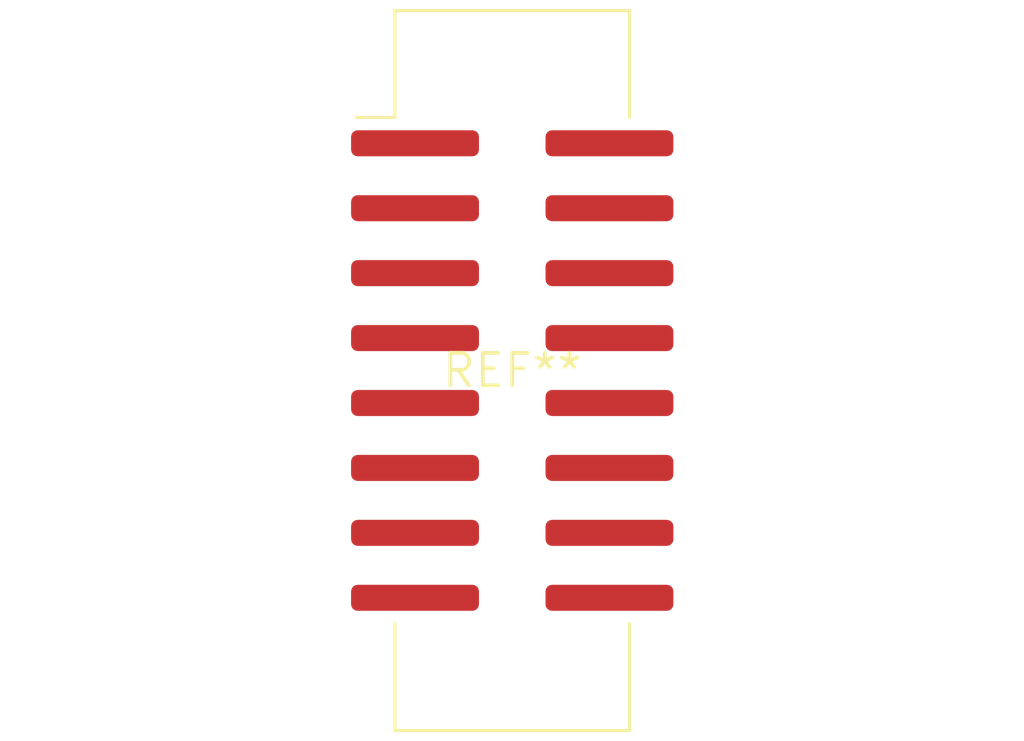
<source format=kicad_pcb>
(kicad_pcb (version 20240108) (generator pcbnew)
  (layers (0 "F.Cu" signal) (31 "B.Cu" signal) (34 "B.Paste" user) (35 "F.Paste" user) (36 "B.SilkS" user "B.Silkscreen") (37 "F.SilkS" user "F.Silkscreen") (38 "B.Mask" user) (39 "F.Mask" user) (44 "Edge.Cuts" user))
  (net 0 "")
  (footprint "IDC-Header_2x08_P2.54mm_Vertical_SMD" (layer "F.Cu") (at 0 0)
    (property "Reference" "REF**")
    (property "Value" "IDC-Header_2x08_P2.54mm_Vertical_SMD")
    (fp_line (start -4.585 -14.08) (end 4.585 -14.08) (layer "F.SilkS") (stroke (width 0.12)))
    (fp_line (start -4.585 -9.9) (end -6.085 -9.9) (layer "F.SilkS") (stroke (width 0.12)))
    (fp_line (start -4.585 -9.9) (end -4.585 -14.08) (layer "F.SilkS") (stroke (width 0.12)))
    (fp_line (start -4.585 9.9) (end -4.585 14.08) (layer "F.SilkS") (stroke (width 0.12)))
    (fp_line (start -4.585 14.08) (end 4.585 14.08) (layer "F.SilkS") (stroke (width 0.12)))
    (fp_line (start 4.585 -14.08) (end 4.585 -9.9) (layer "F.SilkS") (stroke (width 0.12)))
    (fp_line (start 4.585 14.08) (end 4.585 9.9) (layer "F.SilkS") (stroke (width 0.12)))
    (pad "1" smd roundrect (at -3.8 -8.89) (size 5 1.02) (layers "F.Cu" "F.Paste" "F.Mask"))
    (pad "2" smd roundrect (at 3.8 -8.89) (size 5 1.02) (layers "F.Cu" "F.Paste" "F.Mask"))
    (pad "3" smd roundrect (at -3.8 -6.35) (size 5 1.02) (layers "F.Cu" "F.Paste" "F.Mask"))
    (pad "4" smd roundrect (at 3.8 -6.35) (size 5 1.02) (layers "F.Cu" "F.Paste" "F.Mask"))
    (pad "5" smd roundrect (at -3.8 -3.81) (size 5 1.02) (layers "F.Cu" "F.Paste" "F.Mask"))
    (pad "6" smd roundrect (at 3.8 -3.81) (size 5 1.02) (layers "F.Cu" "F.Paste" "F.Mask"))
    (pad "7" smd roundrect (at -3.8 -1.27) (size 5 1.02) (layers "F.Cu" "F.Paste" "F.Mask"))
    (pad "8" smd roundrect (at 3.8 -1.27) (size 5 1.02) (layers "F.Cu" "F.Paste" "F.Mask"))
    (pad "9" smd roundrect (at -3.8 1.27) (size 5 1.02) (layers "F.Cu" "F.Paste" "F.Mask"))
    (pad "10" smd roundrect (at 3.8 1.27) (size 5 1.02) (layers "F.Cu" "F.Paste" "F.Mask"))
    (pad "11" smd roundrect (at -3.8 3.81) (size 5 1.02) (layers "F.Cu" "F.Paste" "F.Mask"))
    (pad "12" smd roundrect (at 3.8 3.81) (size 5 1.02) (layers "F.Cu" "F.Paste" "F.Mask"))
    (pad "13" smd roundrect (at -3.8 6.35) (size 5 1.02) (layers "F.Cu" "F.Paste" "F.Mask"))
    (pad "14" smd roundrect (at 3.8 6.35) (size 5 1.02) (layers "F.Cu" "F.Paste" "F.Mask"))
    (pad "15" smd roundrect (at -3.8 8.89) (size 5 1.02) (layers "F.Cu" "F.Paste" "F.Mask"))
    (pad "16" smd roundrect (at 3.8 8.89) (size 5 1.02) (layers "F.Cu" "F.Paste" "F.Mask"))
  )
)
</source>
